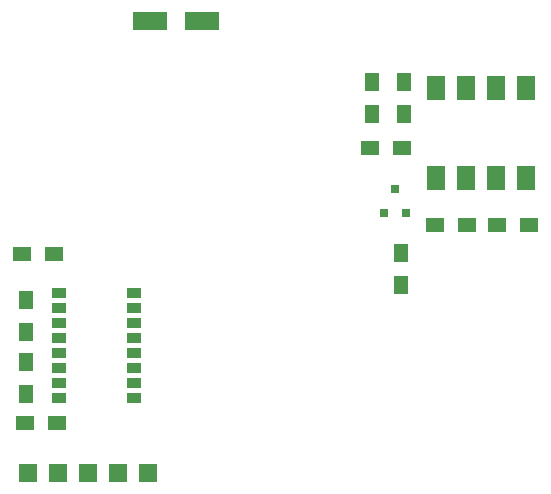
<source format=gtp>
G04 #@! TF.FileFunction,Paste,Top*
%FSLAX46Y46*%
G04 Gerber Fmt 4.6, Leading zero omitted, Abs format (unit mm)*
G04 Created by KiCad (PCBNEW (2015-08-02 BZR 6038)-product) date 2015 November 19, Thursday 21:17:08*
%MOMM*%
G01*
G04 APERTURE LIST*
%ADD10C,0.100000*%
%ADD11R,2.999740X1.600200*%
%ADD12R,1.500000X1.300000*%
%ADD13R,1.300000X1.500000*%
%ADD14R,0.800100X0.800100*%
%ADD15R,1.300000X0.900000*%
%ADD16R,1.524000X2.032000*%
%ADD17R,1.600000X1.600000*%
G04 APERTURE END LIST*
D10*
D11*
X195250000Y-85750000D03*
X199649280Y-85750000D03*
D12*
X184400000Y-105500000D03*
X187100000Y-105500000D03*
D13*
X184750000Y-112100000D03*
X184750000Y-109400000D03*
X184750000Y-117350000D03*
X184750000Y-114650000D03*
D12*
X184650000Y-119750000D03*
X187350000Y-119750000D03*
D14*
X215050000Y-102000760D03*
X216950000Y-102000760D03*
X216000000Y-100001780D03*
D13*
X216500000Y-108100000D03*
X216500000Y-105400000D03*
X214000000Y-93600000D03*
X214000000Y-90900000D03*
D12*
X222100000Y-103000000D03*
X219400000Y-103000000D03*
X213900000Y-96500000D03*
X216600000Y-96500000D03*
X224650000Y-103000000D03*
X227350000Y-103000000D03*
D13*
X216750000Y-90900000D03*
X216750000Y-93600000D03*
D15*
X187575000Y-108805000D03*
X187575000Y-110075000D03*
X187575000Y-111345000D03*
X187575000Y-112615000D03*
X187575000Y-113885000D03*
X187575000Y-115155000D03*
X187575000Y-116425000D03*
X187575000Y-117695000D03*
X193925000Y-117695000D03*
X193925000Y-116425000D03*
X193925000Y-115155000D03*
X193925000Y-113885000D03*
X193925000Y-112615000D03*
X193925000Y-111345000D03*
X193925000Y-110075000D03*
X193925000Y-108805000D03*
D16*
X219440000Y-99060000D03*
X221980000Y-99060000D03*
X224520000Y-99060000D03*
X227060000Y-99060000D03*
X227060000Y-91440000D03*
X224520000Y-91440000D03*
X221980000Y-91440000D03*
X219440000Y-91440000D03*
D17*
X190000000Y-124000000D03*
X192540000Y-124000000D03*
X195080000Y-124000000D03*
X187460000Y-124000000D03*
X184920000Y-124000000D03*
M02*

</source>
